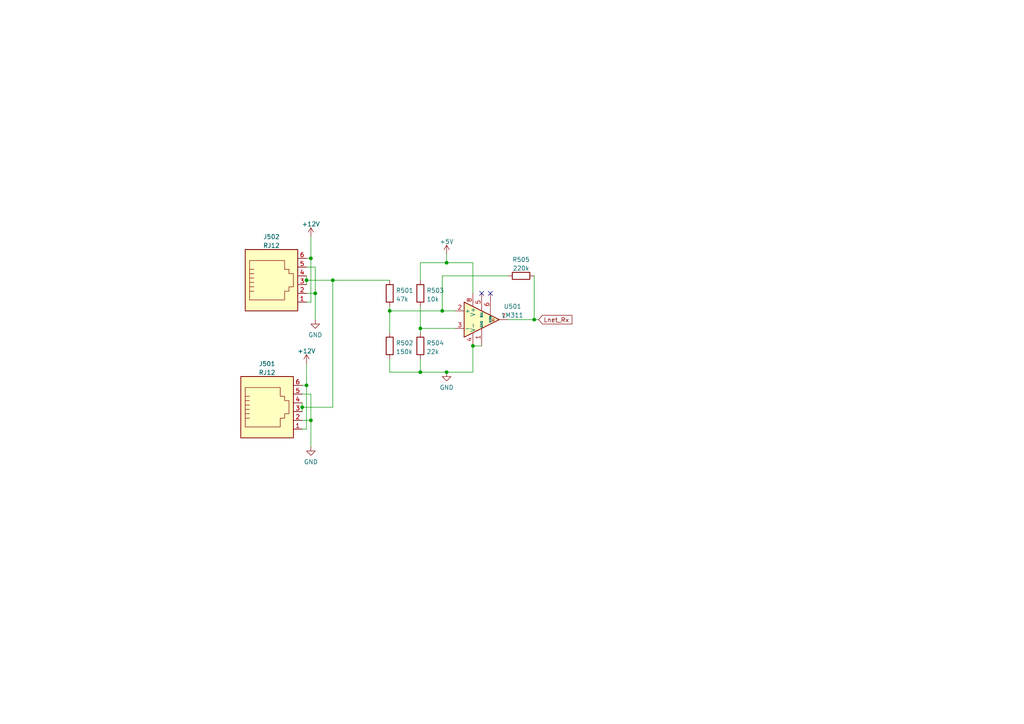
<source format=kicad_sch>
(kicad_sch (version 20211123) (generator eeschema)
  (paper "A4")
  (lib_symbols
    (symbol "Comparator:LM311" (pin_names (offset 0.127))
      (property "Reference" "U" (at 3.81 6.35 0))
      (property "Value" "LM311" (at 3.81 3.81 0))
      (symbol "LM311_0_1"
        (polyline (pts (xy 5.08 0) (xy -5.08 5.08) (xy -5.08 -5.08) (xy 5.08 0)) (stroke (width 0.254)) (fill (type background)))
        (polyline (pts (xy 3.683 -0.381) (xy 3.302 -0.381) (xy 3.683 0) (xy 3.302 0.381) (xy 2.921 0) (xy 3.302 -0.381) (xy 2.921 -0.381)) (stroke (width 0.127)))
      )
      (symbol "LM311_1_1"
        (pin passive line (at 0 -7.62 90) (length 5.08) (name "GND") (number "1"))
        (pin input line (at -7.62 2.54 0) (length 2.54) (name "+") (number "2"))
        (pin input line (at -7.62 -2.54 0) (length 2.54) (name "-") (number "3"))
        (pin power_in line (at -2.54 -7.62 90) (length 3.81) (name "V-") (number "4"))
        (pin input line (at 0 7.62 270) (length 5.08) (name "BAL") (number "5"))
        (pin input line (at 2.54 7.62 270) (length 6.35) (name "STRB") (number "6"))
        (pin open_collector line (at 7.62 0 180) (length 2.54) (name "~") (number "7"))
        (pin power_in line (at -2.54 7.62 270) (length 3.81) (name "V+") (number "8"))
      )
    )
    (symbol "Connector:RJ12" (pin_names (offset 1.016))
      (property "Reference" "J" (at -5.08 11.43 0))
      (property "Value" "RJ12" (at 2.54 11.43 0))
      (symbol "RJ12_0_1"
        (polyline (pts (xy -6.35 -1.905) (xy -5.08 -1.905) (xy -5.08 -1.905)))
        (polyline (pts (xy -6.35 -0.635) (xy -5.08 -0.635) (xy -5.08 -0.635)))
        (polyline (pts (xy -6.35 0.635) (xy -5.08 0.635) (xy -5.08 0.635)))
        (polyline (pts (xy -6.35 1.905) (xy -5.08 1.905) (xy -5.08 1.905)))
        (polyline (pts (xy -6.35 3.175) (xy -5.08 3.175) (xy -5.08 3.175)))
        (polyline (pts (xy -5.08 4.445) (xy -6.35 4.445) (xy -6.35 4.445)))
        (polyline (pts (xy -6.35 -4.445) (xy -6.35 6.985) (xy 3.81 6.985) (xy 3.81 4.445) (xy 5.08 4.445) (xy 5.08 3.175) (xy 6.35 3.175) (xy 6.35 -0.635) (xy 5.08 -0.635) (xy 5.08 -1.905) (xy 3.81 -1.905) (xy 3.81 -4.445) (xy -6.35 -4.445) (xy -6.35 -4.445)))
        (rectangle (start 7.62 10.16) (end -7.62 -7.62) (stroke (width 0.254)) (fill (type background)))
      )
      (symbol "RJ12_1_1"
        (pin passive line (at 10.16 -5.08 180) (length 2.54) (name "~") (number "1"))
        (pin passive line (at 10.16 -2.54 180) (length 2.54) (name "~") (number "2"))
        (pin passive line (at 10.16 0 180) (length 2.54) (name "~") (number "3"))
        (pin passive line (at 10.16 2.54 180) (length 2.54) (name "~") (number "4"))
        (pin passive line (at 10.16 5.08 180) (length 2.54) (name "~") (number "5"))
        (pin passive line (at 10.16 7.62 180) (length 2.54) (name "~") (number "6"))
      )
    )
    (symbol "Device:R" (pin_numbers hide) (pin_names (offset 0))
      (property "Reference" "R" (at 2.032 0 90))
      (property "Value" "R" (at 0 0 90))
      (symbol "R_0_1"
        (rectangle (start -1.016 -2.54) (end 1.016 2.54) (stroke (width 0.254)))
      )
      (symbol "R_1_1"
        (pin passive line (at 0 3.81 270) (length 1.27) (name "~") (number "1"))
        (pin passive line (at 0 -3.81 90) (length 1.27) (name "~") (number "2"))
      )
    )
    (symbol "power:+12V" (power) (pin_names (offset 0))
      (property "Value" "+12V" (at 0 3.556 0))
      (symbol "+12V_0_1"
        (polyline (pts (xy -0.762 1.27) (xy 0 2.54)))
        (polyline (pts (xy 0 0) (xy 0 2.54)))
        (polyline (pts (xy 0 2.54) (xy 0.762 1.27)))
      )
      (symbol "+12V_1_1"
        (pin power_in line (at 0 0 90) (length 0) hide (name "+12V") (number "1"))
      )
    )
    (symbol "power:+5V" (power) (pin_names (offset 0))
      (property "Value" "+5V" (at 0 3.556 0))
      (symbol "+5V_0_1"
        (polyline (pts (xy -0.762 1.27) (xy 0 2.54)))
        (polyline (pts (xy 0 0) (xy 0 2.54)))
        (polyline (pts (xy 0 2.54) (xy 0.762 1.27)))
      )
      (symbol "+5V_1_1"
        (pin power_in line (at 0 0 90) (length 0) hide (name "+5V") (number "1"))
      )
    )
    (symbol "power:GND" (power) (pin_names (offset 0))
      (property "Value" "GND" (at 0 -3.81 0))
      (symbol "GND_0_1"
        (polyline (pts (xy 0 0) (xy 0 -1.27) (xy 1.27 -1.27) (xy 0 -2.54) (xy -1.27 -1.27) (xy 0 -1.27)))
      )
      (symbol "GND_1_1"
        (pin power_in line (at 0 0 270) (length 0) hide (name "GND") (number "1"))
      )
    )
  )
  (junction (at 129.54 76.2))
  (junction (at 91.44 85.09))
  (junction (at 90.17 74.93))
  (junction (at 88.9 111.76))
  (junction (at 87.63 118.11))
  (junction (at 128.27 90.17))
  (junction (at 121.92 107.95))
  (junction (at 154.94 92.71))
  (junction (at 96.52 81.28))
  (junction (at 137.16 100.33))
  (junction (at 121.92 95.25))
  (junction (at 90.17 121.92))
  (junction (at 129.54 107.95))
  (junction (at 113.03 90.17))
  (junction (at 88.9 81.28))
  (no_connect (at 142.24 85.09))
  (no_connect (at 139.7 85.09))
  (wire (pts (xy 90.17 114.3) (xy 87.63 114.3)))
  (wire (pts (xy 113.03 107.95) (xy 121.92 107.95)))
  (wire (pts (xy 91.44 85.09) (xy 91.44 77.47)))
  (wire (pts (xy 129.54 76.2) (xy 129.54 73.66)))
  (wire (pts (xy 96.52 81.28) (xy 96.52 118.11)))
  (wire (pts (xy 121.92 95.25) (xy 121.92 96.52)))
  (wire (pts (xy 121.92 76.2) (xy 121.92 81.28)))
  (wire (pts (xy 132.08 95.25) (xy 121.92 95.25)))
  (wire (pts (xy 87.63 118.11) (xy 96.52 118.11)))
  (wire (pts (xy 87.63 121.92) (xy 90.17 121.92)))
  (wire (pts (xy 137.16 85.09) (xy 137.16 76.2)))
  (wire (pts (xy 132.08 90.17) (xy 128.27 90.17)))
  (wire (pts (xy 113.03 88.9) (xy 113.03 90.17)))
  (wire (pts (xy 128.27 90.17) (xy 128.27 80.01)))
  (wire (pts (xy 113.03 90.17) (xy 128.27 90.17)))
  (wire (pts (xy 154.94 92.71) (xy 147.32 92.71)))
  (wire (pts (xy 128.27 80.01) (xy 147.32 80.01)))
  (wire (pts (xy 91.44 85.09) (xy 91.44 92.71)))
  (wire (pts (xy 90.17 121.92) (xy 90.17 129.54)))
  (wire (pts (xy 88.9 105.41) (xy 88.9 111.76)))
  (wire (pts (xy 88.9 87.63) (xy 90.17 87.63)))
  (wire (pts (xy 87.63 118.11) (xy 87.63 119.38)))
  (wire (pts (xy 129.54 76.2) (xy 121.92 76.2)))
  (wire (pts (xy 88.9 85.09) (xy 91.44 85.09)))
  (wire (pts (xy 121.92 88.9) (xy 121.92 95.25)))
  (wire (pts (xy 90.17 121.92) (xy 90.17 114.3)))
  (wire (pts (xy 87.63 116.84) (xy 87.63 118.11)))
  (wire (pts (xy 90.17 68.58) (xy 90.17 74.93)))
  (wire (pts (xy 88.9 74.93) (xy 90.17 74.93)))
  (wire (pts (xy 137.16 100.33) (xy 139.7 100.33)))
  (wire (pts (xy 137.16 76.2) (xy 129.54 76.2)))
  (wire (pts (xy 154.94 92.71) (xy 156.21 92.71)))
  (wire (pts (xy 88.9 81.28) (xy 88.9 82.55)))
  (wire (pts (xy 121.92 107.95) (xy 121.92 104.14)))
  (wire (pts (xy 88.9 81.28) (xy 96.52 81.28)))
  (wire (pts (xy 154.94 80.01) (xy 154.94 92.71)))
  (wire (pts (xy 87.63 124.46) (xy 88.9 124.46)))
  (wire (pts (xy 87.63 111.76) (xy 88.9 111.76)))
  (wire (pts (xy 129.54 107.95) (xy 137.16 107.95)))
  (wire (pts (xy 137.16 107.95) (xy 137.16 100.33)))
  (wire (pts (xy 129.54 107.95) (xy 121.92 107.95)))
  (wire (pts (xy 90.17 74.93) (xy 90.17 87.63)))
  (wire (pts (xy 113.03 90.17) (xy 113.03 96.52)))
  (wire (pts (xy 96.52 81.28) (xy 113.03 81.28)))
  (wire (pts (xy 113.03 104.14) (xy 113.03 107.95)))
  (wire (pts (xy 88.9 80.01) (xy 88.9 81.28)))
  (wire (pts (xy 88.9 111.76) (xy 88.9 124.46)))
  (wire (pts (xy 91.44 77.47) (xy 88.9 77.47)))
  (global_label "Lnet_Rx" (shape input) (at 156.21 92.71 0) (property "Intersheet References" "${INTERSHEET_REFS}" (effects hide)))
  (symbol (lib_id "Connector:RJ12") (at 78.74 82.55 0) (unit 1)
    (property "Reference" "J502" (at 78.74 68.6902 0))
    (property "Value" "RJ12" (at 78.74 71.2271 0))
  )
  (symbol (lib_id "power:GND") (at 91.44 92.71 0) (unit 1)
    (property "Reference" "#PWR0504" (effects hide))
    (property "Value" "GND" (at 91.44 97.1534 0))
  )
  (symbol (lib_id "Device:R") (at 121.92 100.33 180) (unit 1)
    (property "Reference" "R504" (at 123.698 99.4953 0) (effects (justify right)))
    (property "Value" "22k" (at 123.698 102.0322 0) (effects (justify right)))
  )
  (symbol (lib_id "power:GND") (at 90.17 129.54 0) (unit 1)
    (property "Reference" "#PWR0503" (effects hide))
    (property "Value" "GND" (at 90.17 133.9834 0))
  )
  (symbol (lib_id "Device:R") (at 113.03 85.09 180) (unit 1)
    (property "Reference" "R501" (at 114.808 84.2553 0) (effects (justify right)))
    (property "Value" "47k" (at 114.808 86.7922 0) (effects (justify right)))
  )
  (symbol (lib_id "power:GND") (at 129.54 107.95 0) (unit 1)
    (property "Reference" "#PWR0506" (effects hide))
    (property "Value" "GND" (at 129.54 112.3934 0))
  )
  (symbol (lib_id "Connector:RJ12") (at 77.47 119.38 0) (unit 1)
    (property "Reference" "J501" (at 77.47 105.5202 0))
    (property "Value" "RJ12" (at 77.47 108.0571 0))
  )
  (symbol (lib_id "power:+5V") (at 129.54 73.66 0) (unit 1)
    (property "Reference" "#PWR0505" (effects hide))
    (property "Value" "+5V" (at 129.54 70.0842 0))
  )
  (symbol (lib_id "Comparator:LM311") (at 139.7 92.71 0) (unit 1)
    (property "Reference" "U501" (at 148.6754 88.8833 0))
    (property "Value" "LM311" (at 148.6754 91.4202 0))
    (property "Datasheet" "https://www.st.com/resource/en/datasheet/lm311.pdf" (effects hide))
  )
  (symbol (lib_id "Device:R") (at 113.03 100.33 180) (unit 1)
    (property "Reference" "R502" (at 114.808 99.4953 0) (effects (justify right)))
    (property "Value" "150k" (at 114.808 102.0322 0) (effects (justify right)))
  )
  (symbol (lib_id "Device:R") (at 151.13 80.01 90) (unit 1)
    (property "Reference" "R505" (at 151.13 75.2942 90))
    (property "Value" "220k" (at 151.13 77.8311 90))
  )
  (symbol (lib_id "power:+12V") (at 88.9 105.41 0) (unit 1)
    (property "Reference" "#PWR0501" (effects hide))
    (property "Value" "+12V" (at 88.9 101.8342 0))
  )
  (symbol (lib_id "Device:R") (at 121.92 85.09 180) (unit 1)
    (property "Reference" "R503" (at 123.698 84.2553 0) (effects (justify right)))
    (property "Value" "10k" (at 123.698 86.7922 0) (effects (justify right)))
  )
  (symbol (lib_id "power:+12V") (at 90.17 68.58 0) (unit 1)
    (property "Reference" "#PWR0502" (effects hide))
    (property "Value" "+12V" (at 90.17 65.0042 0))
  )
)
</source>
